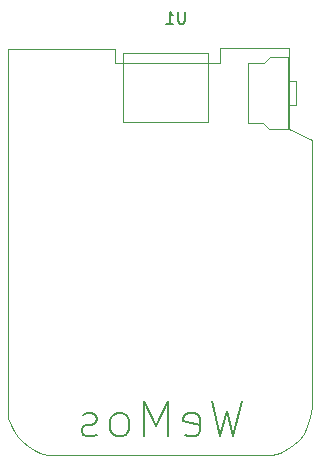
<source format=gbo>
G04 #@! TF.GenerationSoftware,KiCad,Pcbnew,5.0.0-fee4fd1~66~ubuntu16.04.1*
G04 #@! TF.CreationDate,2018-08-10T21:55:03+02:00*
G04 #@! TF.ProjectId,ESP-Cerry,4553502D43657272792E6B696361645F,rev?*
G04 #@! TF.SameCoordinates,Original*
G04 #@! TF.FileFunction,Legend,Bot*
G04 #@! TF.FilePolarity,Positive*
%FSLAX46Y46*%
G04 Gerber Fmt 4.6, Leading zero omitted, Abs format (unit mm)*
G04 Created by KiCad (PCBNEW 5.0.0-fee4fd1~66~ubuntu16.04.1) date Fri Aug 10 21:55:03 2018*
%MOMM*%
%LPD*%
G01*
G04 APERTURE LIST*
%ADD10C,0.100000*%
%ADD11C,0.150000*%
G04 APERTURE END LIST*
D10*
G04 #@! TO.C,U1*
X187347472Y-48492772D02*
X181536180Y-48492772D01*
X181536180Y-48492772D02*
X181509849Y-49776205D01*
X181509849Y-49776205D02*
X172678627Y-49769517D01*
X172678627Y-49769517D02*
X172680603Y-48567264D01*
X172680603Y-48567264D02*
X163599807Y-48593342D01*
X163599807Y-48593342D02*
X163613805Y-79763493D01*
X163613805Y-79763493D02*
X163846616Y-80366286D01*
X163846616Y-80366286D02*
X164130099Y-80911167D01*
X164130099Y-80911167D02*
X164464747Y-81397577D01*
X164464747Y-81397577D02*
X164851047Y-81824952D01*
X164851047Y-81824952D02*
X165289488Y-82192741D01*
X165289488Y-82192741D02*
X165780560Y-82500377D01*
X165780560Y-82500377D02*
X166324750Y-82747310D01*
X166324750Y-82747310D02*
X166922547Y-82932976D01*
X166922547Y-82932976D02*
X185960460Y-82961734D01*
X185960460Y-82961734D02*
X186579824Y-82727741D01*
X186579824Y-82727741D02*
X187168018Y-82443258D01*
X187168018Y-82443258D02*
X187711445Y-82093743D01*
X187711445Y-82093743D02*
X188196503Y-81664658D01*
X188196503Y-81664658D02*
X188609595Y-81141460D01*
X188609595Y-81141460D02*
X188937122Y-80509613D01*
X188937122Y-80509613D02*
X189165482Y-79754575D01*
X189165482Y-79754575D02*
X189281078Y-78861807D01*
X189281078Y-78861807D02*
X189306026Y-56306715D01*
X189306026Y-56306715D02*
X187362480Y-55345819D01*
X187362480Y-55345819D02*
X187332686Y-48537476D01*
X173350350Y-54718549D02*
X180489931Y-54718549D01*
X180489931Y-54718549D02*
X180489931Y-48904812D01*
X180489931Y-48904812D02*
X173350350Y-48904812D01*
X173350350Y-48904812D02*
X173350350Y-54718549D01*
X187273600Y-55367651D02*
X185721378Y-55367651D01*
X185721378Y-55367651D02*
X185192211Y-54838485D01*
X185192211Y-54838485D02*
X183939850Y-54838485D01*
X183939850Y-54838485D02*
X183939850Y-49776124D01*
X183939850Y-49776124D02*
X185227489Y-49776124D01*
X185227489Y-49776124D02*
X185756656Y-49282235D01*
X185756656Y-49282235D02*
X187326517Y-49282235D01*
X187326517Y-49282235D02*
X187273600Y-55367651D01*
X187308878Y-53286262D02*
X187961517Y-53286262D01*
X187961517Y-53286262D02*
X187961517Y-51293068D01*
X187961517Y-51293068D02*
X187344156Y-51293068D01*
D11*
X178561904Y-45412380D02*
X178561904Y-46221904D01*
X178514285Y-46317142D01*
X178466666Y-46364761D01*
X178371428Y-46412380D01*
X178180952Y-46412380D01*
X178085714Y-46364761D01*
X178038095Y-46317142D01*
X177990476Y-46221904D01*
X177990476Y-45412380D01*
X176990476Y-46412380D02*
X177561904Y-46412380D01*
X177276190Y-46412380D02*
X177276190Y-45412380D01*
X177371428Y-45555238D01*
X177466666Y-45650476D01*
X177561904Y-45698095D01*
X183387142Y-78367142D02*
X182672857Y-81367142D01*
X182101428Y-79224285D01*
X181530000Y-81367142D01*
X180815714Y-78367142D01*
X178530000Y-81224285D02*
X178815714Y-81367142D01*
X179387142Y-81367142D01*
X179672857Y-81224285D01*
X179815714Y-80938571D01*
X179815714Y-79795714D01*
X179672857Y-79510000D01*
X179387142Y-79367142D01*
X178815714Y-79367142D01*
X178530000Y-79510000D01*
X178387142Y-79795714D01*
X178387142Y-80081428D01*
X179815714Y-80367142D01*
X177101428Y-81367142D02*
X177101428Y-78367142D01*
X176101428Y-80510000D01*
X175101428Y-78367142D01*
X175101428Y-81367142D01*
X173244285Y-81367142D02*
X173530000Y-81224285D01*
X173672857Y-81081428D01*
X173815714Y-80795714D01*
X173815714Y-79938571D01*
X173672857Y-79652857D01*
X173530000Y-79510000D01*
X173244285Y-79367142D01*
X172815714Y-79367142D01*
X172530000Y-79510000D01*
X172387142Y-79652857D01*
X172244285Y-79938571D01*
X172244285Y-80795714D01*
X172387142Y-81081428D01*
X172530000Y-81224285D01*
X172815714Y-81367142D01*
X173244285Y-81367142D01*
X171101428Y-81224285D02*
X170815714Y-81367142D01*
X170244285Y-81367142D01*
X169958571Y-81224285D01*
X169815714Y-80938571D01*
X169815714Y-80795714D01*
X169958571Y-80510000D01*
X170244285Y-80367142D01*
X170672857Y-80367142D01*
X170958571Y-80224285D01*
X171101428Y-79938571D01*
X171101428Y-79795714D01*
X170958571Y-79510000D01*
X170672857Y-79367142D01*
X170244285Y-79367142D01*
X169958571Y-79510000D01*
G04 #@! TD*
M02*

</source>
